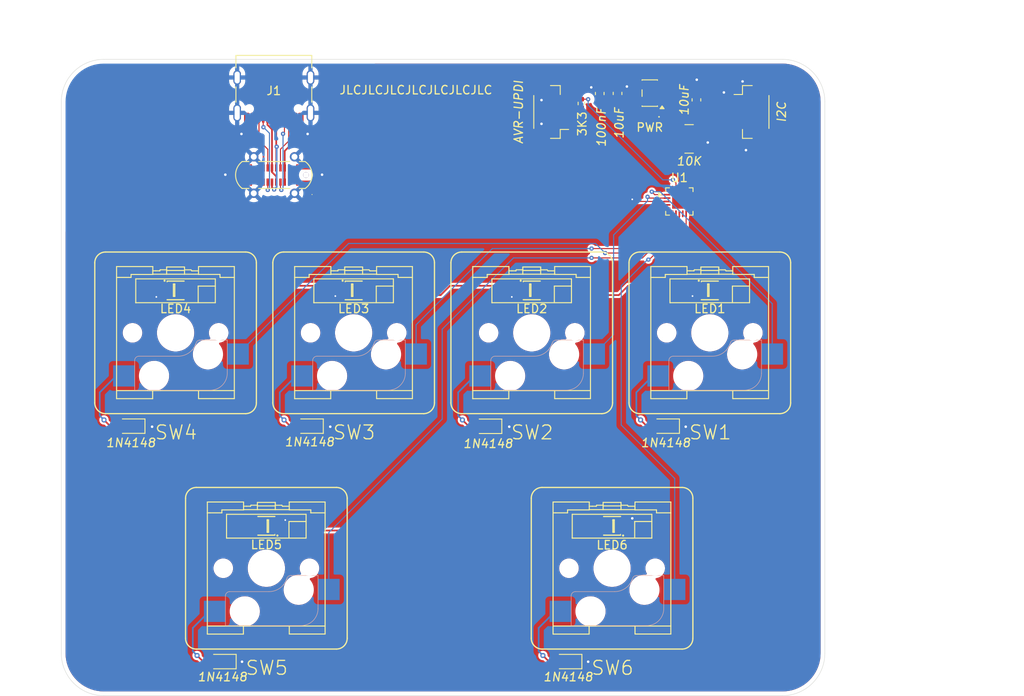
<source format=kicad_pcb>
(kicad_pcb (version 20241229) (generator "pcbnew") (generator_version "9.0")
  (layers (0 "F.Cu" signal) (2 "B.Cu" signal) (13 "F.Paste" user) (15 "B.Paste" user) (5 "F.SilkS" user "F.Silkscreen") (7 "B.SilkS" user "B.Silkscreen") (1 "F.Mask" user) (3 "B.Mask" user) (25 "Edge.Cuts" user))
  (net 0 "")
  (net 1 "Net-(D1-A)")
  (net 2 "GND")
  (net 3 "Net-(D2-A)")
  (net 4 "Net-(D3-A)")
  (net 5 "Net-(D4-A)")
  (net 6 "Net-(D5-A)")
  (net 7 "Net-(D6-A)")
  (net 8 "/LED")
  (net 9 "VCC")
  (net 14 "/SW1")
  (net 15 "/SCL")
  (net 16 "/UPDI")
  (net 20 "VIN")
  (net 21 "/SDA")
  (net 25 "Net-(LED1-DOUT)")
  (net 26 "Net-(LED2-DOUT)")
  (net 27 "Net-(LED3-DOUT)")
  (net 28 "Net-(LED4-DOUT)")
  (net 29 "Net-(LED5-DOUT)")
  (net 31 "Net-(J1-D--PadA7)")
  (net 32 "Net-(J1-SBU1)")
  (net 33 "Net-(J1-SBU2)")
  (net 34 "Net-(J1-D+-PadA6)")
  (net 35 "Net-(J1-CC2)")
  (net 36 "Net-(J1-CC1)")
  (net 37 "VBUS")
  (net 38 "Net-(D7-K)")
  (net 39 "/SW2")
  (net 40 "/SW3")
  (net 41 "/SW4")
  (net 42 "/SW5")
  (net 43 "/SW6")
  (net 44 "Net-(UPDI1-TX)")
  (footprint "camelpad:KAILH_SOCKET" (layer "F.Cu") (at 114.92 84.9825)
    (property "Reference" "SW6")
    (property "Value" "SWITCH_PUSHBUTTON_KAILH_SOCKET")
  )
  (footprint "camelpad:JST_SH_BM04B-SRSS-TB_1x04-1MP_P1.00mm_Vertical" (layer "F.Cu") (at 107.7 31.2 90)
    (property "Reference" "UPDI1" (hide yes))
    (property "Value" "AVR-UPDI")
  )
  (footprint "camelpad:LED-SMD_4P-L2.0-W2.0-TL_WS2812B-2020" (layer "F.Cu") (at 74.17 79.9825 180)
    (property "Reference" "LED5")
    (property "Value" "WS2812B-2020")
  )
  (footprint "camelpad:D_SOD-323" (layer "F.Cu") (at 109.75 95.9825 180)
    (property "Reference" "D6" (hide yes))
    (property "Value" "1N4148")
  )
  (footprint "camelpad:VQFN-20-1EP_3x3mm_P0.4mm_EP1.7x1.7mm" (layer "F.Cu") (at 122.85 41.75)
    (property "Reference" "U1")
    (property "Value" "ATtiny816-M")
  )
  (footprint "camelpad:USB-C-SMD_GT-USB-7055E" (layer "F.Cu") (at 75.08373 38.6325 180)
    (property "Reference" "J2" (hide yes))
    (property "Value" "USB_C_Receptacle_USB2.0_16P")
  )
  (footprint "camelpad:JST_SH_BM04B-SRSS-TB_1x04-1MP_P1.00mm_Vertical" (layer "F.Cu") (at 131.4 31.2 -90)
    (property "Reference" "I2C1" (hide yes))
    (property "Value" "I2C")
  )
  (footprint "camelpad:KAILH_SOCKET" (layer "F.Cu") (at 84.46 57.2325)
    (property "Reference" "SW3")
    (property "Value" "SWITCH_PUSHBUTTON_KAILH_SOCKET")
  )
  (footprint "camelpad:LED-SMD_4P-L2.0-W2.0-TL_WS2812B-2020" (layer "F.Cu") (at 63.47 52.2325)
    (property "Reference" "LED4")
    (property "Value" "WS2812B-2020")
  )
  (footprint "camelpad:LED-SMD_4P-L2.0-W2.0-TL_WS2812B-2020" (layer "F.Cu") (at 114.92 79.9825 180)
    (property "Reference" "LED6")
    (property "Value" "WS2812B-2020")
  )
  (footprint "camelpad:D_SOD-323" (layer "F.Cu") (at 100.31 68.25 180)
    (property "Reference" "D2" (hide yes))
    (property "Value" "1N4148")
  )
  (footprint "camelpad:USB_C_Receptacle_Palconn_UTC16-G" (layer "F.Cu") (at 75.05 29.375 180)
    (property "Reference" "J1")
    (property "Value" "USB_C_Receptacle_USB2.0_16P")
  )
  (footprint "Capacitor_SMD:C_0603_1608Metric" (layer "F.Cu") (at 124.8625 29.775 -90)
    (property "Reference" "C1" (hide yes))
    (property "Value" "10uF")
  )
  (footprint "camelpad:KAILH_SOCKET" (layer "F.Cu") (at 74.17 84.9825)
    (property "Reference" "SW5")
    (property "Value" "SWITCH_PUSHBUTTON_KAILH_SOCKET")
  )
  (footprint "camelpad:D_SOD-323" (layer "F.Cu") (at 69 95.9825 180)
    (property "Reference" "D5" (hide yes))
    (property "Value" "1N4148")
  )
  (footprint "camelpad:D_SOD-323" (layer "F.Cu") (at 79.27 68.2325 180)
    (property "Reference" "D3" (hide yes))
    (property "Value" "1N4148")
  )
  (footprint "camelpad:D_SOD-323" (layer "F.Cu") (at 58.25 68.2325 180)
    (property "Reference" "D4" (hide yes))
    (property "Value" "1N4148")
  )
  (footprint "camelpad:R_Array_Convex_4x0603" (layer "F.Cu") (at 124 34.375)
    (property "Reference" "RN1" (hide yes))
    (property "Value" "10K")
  )
  (footprint "camelpad:LED-SMD_4P-L2.0-W2.0-TL_WS2812B-2020" (layer "F.Cu") (at 84.46 52.2325)
    (property "Reference" "LED3")
    (property "Value" "WS2812B-2020")
  )
  (footprint "camelpad:LED-SMD_4P-L2.0-W2.0-TL_WS2812B-2020" (layer "F.Cu") (at 105.45 52.2325)
    (property "Reference" "LED2")
    (property "Value" "WS2812B-2020")
  )
  (footprint "camelpad:KAILH_SOCKET" (layer "F.Cu") (at 63.47 57.2325)
    (property "Reference" "SW4")
    (property "Value" "SWITCH_PUSHBUTTON_KAILH_SOCKET")
  )
  (footprint "Capacitor_SMD:C_0603_1608Metric" (layer "F.Cu") (at 113.465 29.025 90)
    (property "Reference" "C3" (hide yes))
    (property "Value" "100nF")
  )
  (footprint "camelpad:KAILH_SOCKET" (layer "F.Cu") (at 105.45 57.2325)
    (property "Reference" "SW2")
    (property "Value" "SWITCH_PUSHBUTTON_KAILH_SOCKET")
  )
  (footprint "camelpad:D_SOD-323" (layer "F.Cu") (at 121.25 68.2325 180)
    (property "Reference" "D1" (hide yes))
    (property "Value" "1N4148")
  )
  (footprint "camelpad:KAILH_SOCKET" (layer "F.Cu") (at 126.44 57.2325)
    (property "Reference" "SW1")
    (property "Value" "SWITCH_PUSHBUTTON_KAILH_SOCKET")
  )
  (footprint "Package_TO_SOT_SMD:SOT-23-5" (layer "F.Cu") (at 119.3625 28.975 180)
    (property "Reference" "U2" (hide yes))
    (property "Value" "AP2127K-3.3")
  )
  (footprint "LED_SMD:LED_0402_1005Metric" (layer "F.Cu") (at 119.3625 31.775 180)
    (property "Reference" "D7" (hide yes))
    (property "Value" "PWR")
  )
  (footprint "camelpad:LED-SMD_4P-L2.0-W2.0-TL_WS2812B-2020" (layer "F.Cu") (at 126.44 52.2325)
    (property "Reference" "LED1")
    (property "Value" "WS2812B-2020")
  )
  (footprint "Capacitor_SMD:C_0603_1608Metric" (layer "F.Cu") (at 115.565 29.015 90)
    (property "Reference" "C2" (hide yes))
    (property "Value" "10uF")
  )
  (footprint "camelpad:R_0402_1005Metric" (layer "F.Cu") (at 111.3 30.2 90)
    (property "Reference" "R1")
    (property "Value" "3K3")
  )
  (gr_arc (start 140 95) (mid 138.535534 98.535534) (end 135 100) (stroke (width 0.05)) (layer "Edge.Cuts"))
  (gr_line (start 135 100) (end 55 100) (stroke (width 0.05)) (layer "Edge.Cuts"))
  (gr_arc (start 135 25) (mid 138.535534 26.464466) (end 140 30) (stroke (width 0.05)) (layer "Edge.Cuts"))
  (gr_line (start 140 30) (end 140 95) (stroke (width 0.05)) (layer "Edge.Cuts"))
  (gr_line (start 55 25) (end 135 25) (stroke (width 0.05)) (layer "Edge.Cuts"))
  (gr_line (start 50 95) (end 50 30) (stroke (width 0.05)) (layer "Edge.Cuts"))
  (gr_arc (start 55 100) (mid 51.464466 98.535534) (end 50 95) (stroke (width 0.05)) (layer "Edge.Cuts"))
  (gr_arc (start 50 30) (mid 51.464466 26.464466) (end 55 25) (stroke (width 0.05)) (layer "Edge.Cuts"))
  (gr_text "JLCJLCJLCJLCJLCJLCJLC" (at 82.7 29.2 0) (layer "F.SilkS") (effects (font (size 1 1)) (justify left bottom)))
  (segment (start 119.0125 68.2325) (end 118.28 67.5) (width 0.2) (layer "F.Cu") (net 1))
  (segment (start 120.25 68.2325) (end 119.0125 68.2325) (width 0.2) (layer "F.Cu") (net 1))
  (via (at 118.28 67.5) (size 0.6) (drill 0.3) (layers "F.Cu" "B.Cu") (net 1))
  (segment (start 117.78 67) (end 117.78 64.25) (width 0.2) (layer "B.Cu") (net 1))
  (segment (start 117.78 64.25) (end 119.7175 62.3125) (width 0.2) (layer "B.Cu") (net 1))
  (segment (start 118.28 67.5) (end 117.78 67) (width 0.2) (layer "B.Cu") (net 1))
  (segment (start 119.7175 62.3125) (end 120.4 62.3125) (width 0.2) (layer "B.Cu") (net 1))
  (segment (start 132.9 28.475) (end 131.175 28.475) (width 0.5) (layer "F.Cu") (net 2))
  (segment (start 72.33373 39.4725) (end 70.21373 39.4725) (width 0.5) (layer "F.Cu") (net 2))
  (segment (start 77.89973 37.7265) (end 79.86773 37.7265) (width 0.5) (layer "F.Cu") (net 2))
  (segment (start 71.85 31.885) (end 71.85 33.17623) (width 0.5) (layer "F.Cu") (net 2))
  (segment (start 115.565 28.24) (end 116.625 28.24) (width 0.5) (layer "F.Cu") (net 2))
  (segment (start 127 29.775) (end 130.375 29.775) (width 0.5) (layer "F.Cu") (net 2))
  (segment (start 132.9 34.075) (end 132.325 34.075) (width 0.5) (layer "F.Cu") (net 2))
  (segment (start 128.975 29.775) (end 128.1 28.9) (width 0.5) (layer "F.Cu") (net 2))
  (segment (start 70.05 95.9825) (end 71.2825 95.9825) (width 0.5) (layer "F.Cu") (net 2))
  (segment (start 78.25 33.00877) (end 79.03373 33.7925) (width 0.5) (layer "F.Cu") (net 2))
  (segment (start 112.0825 95.9825) (end 112.1 96) (width 0.5) (layer "F.Cu") (net 2))
  (segment (start 83.54 52.7825) (end 82.4175 52.7825) (width 0.5) (layer "F.Cu") (net 2))
  (segment (start 116.625 28.24) (end 116.665 28.2) (width 0.5) (layer "F.Cu") (net 2))
  (segment (start 75.09 79.4325) (end 76.2675 79.4325) (width 0.5) (layer "F.Cu") (net 2))
  (segment (start 132.325 34.075) (end 130.7 35.7) (width 0.5) (layer "F.Cu") (net 2))
  (segment (start 81.6325 68.2325) (end 81.7 68.3) (width 0.5) (layer "F.Cu") (net 2))
  (segment (start 62.55 52.7825) (end 61.4175 52.7825) (width 0.5) (layer "F.Cu") (net 2))
  (segment (start 125.52 52.7825) (end 124.5175 52.7825) (width 0.5) (layer "F.Cu") (net 2))
  (segment (start 77.83373 39.4725) (end 77.89973 39.5385) (width 0.5) (layer "F.Cu") (net 2))
  (segment (start 102.75 68.25) (end 102.8 68.3) (width 0.5) (layer "F.Cu") (net 2))
  (segment (start 71.2825 95.9825) (end 71.3 96) (width 0.5) (layer "F.Cu") (net 2))
  (segment (start 110.8 95.9825) (end 112.0825 95.9825) (width 0.5) (layer "F.Cu") (net 2))
  (segment (start 117.1325 79.4325) (end 115.84 79.4325) (width 0.5) (layer "F.Cu") (net 2))
  (segment (start 107.9 32.7) (end 106.6 34) (width 0.5) (layer "F.Cu") (net 2))
  (segment (start 70.13373 37.7925) (end 69.33373 38.5925) (width 0.5) (layer "F.Cu") (net 2))
  (segment (start 117.3 79.1) (end 117.3 79.265) (width 0.5) (layer "F.Cu") (net 2))
  (segment (start 76.2675 79.4325) (end 76.4 79.3) (width 0.5) (layer "F.Cu") (net 2))
  (segment (start 109.125 32.7) (end 107.9 32.7) (width 0.5) (layer "F.Cu") (net 2))
  (segment (start 72.33373 37.7925) (end 70.13373 37.7925) (width 0.5) (layer "F.Cu") (net 2))
  (segment (start 78.25 31.885) (end 78.25 33.00877) (width 0.5) (layer "F.Cu") (net 2))
  (segment (start 79.86773 37.7265) (end 80.73373 38.5925) (width 0.5) (layer "F.Cu") (net 2))
  (segment (start 59.3 68.2325) (end 60.6325 68.2325) (width 0.5) (layer "F.Cu") (net 2))
  (segment (start 71.85 33.17623) (end 71.23373 33.7925) (width 0.5) (layer "F.Cu") (net 2))
  (segment (start 131.175 28.475) (end 130.3 27.6) (width 0.5) (layer "F.Cu") (net 2))
  (segment (start 60.6325 68.2325) (end 60.7 68.3) (width 0.5) (layer "F.Cu") (net 2))
  (segment (start 77.89973 39.5385) (end 79.78773 39.5385) (width 0.5) (layer "F.Cu") (net 2))
  (segment (start 113.415 28.3) (end 113.465 28.25) (width 0.5) (layer "F.Cu") (net 2))
  (segment (start 70.21373 39.4725) (end 69.33373 38.5925) (width 0.5) (layer "F.Cu") (net 2))
  (segment (start 130.375 29.775) (end 128.975 29.775) (width 0.5) (layer "F.Cu") (net 2))
  (segment (start 112.465 28.3) (end 113.415 28.3) (width 0.5) (layer "F.Cu") (net 2))
  (segment (start 77.83373 37.7925) (end 77.89973 37.7265) (width 0.5) (layer "F.Cu") (net 2))
  (segment (start 106.6 34) (end 106.6 32.6) (width 0.5) (layer "F.Cu") (net 2))
  (segment (start 124.8625 27.4375) (end 124.9 27.4) (width 0.5) (layer "F.Cu") (net 2))
  (segment (start 103.3175 52.7825) (end 103.1 53) (width 0.5) (layer "F.Cu") (net 2))
  (segment (start 117.3 79.265) (end 117.1325 79.4325) (width 0.5) (layer "F.Cu") (net 2))
  (segment (start 123.5325 68.2325) (end 123.6 68.3) (width 0.5) (layer "F.Cu") (net 2))
  (segment (start 124.9 34.775) (end 126.175 34.775) (width 0.5) (layer "F.Cu") (net 2))
  (segment (start 82.4175 52.7825) (end 82.3 52.9) (width 0.5) (layer "F.Cu") (net 2))
  (segment (start 106.6 28.4) (end 106.6 29.8) (width 0.5) (layer "F.Cu") (net 2))
  (segment (start 61.4175 52.7825) (end 61.2 53) (width 0.5) (layer "F.Cu") (net 2))
  (segment (start 126.2 28.975) (end 127 29.775) (width 0.5) (layer "F.Cu") (net 2))
  (segment (start 126.175 34.775) (end 126.2 34.8) (width 0.5) (layer "F.Cu") (net 2))
  (segment (start 122.3 68.2325) (end 123.5325 68.2325) (width 0.5) (layer "F.Cu") (net 2))
  (segment (start 104.53 52.7825) (end 103.3175 52.7825) (width 0.5) (layer "F.Cu") (net 2))
  (segment (start 120.5 28.975) (end 126.2 28.975) (width 0.5) (layer "F.Cu") (net 2))
  (segment (start 101.36 68.25) (end 102.75 68.25) (width 0.5) (layer "F.Cu") (net 2))
  (segment (start 124.8625 29) (end 124.8625 27.4375) (width 0.5) (layer "F.Cu") (net 2))
  (segment (start 124.5175 52.7825) (end 124.4 52.9) (width 0.5) (layer "F.Cu") (net 2))
  (segment (start 79.78773 39.5385) (end 80.73373 38.5925) (width 0.5) (layer "F.Cu") (net 2))
  (segment (start 117.3 41.5) (end 117.55 41.75) (width 0.127) (layer "F.Cu") (net 2))
  (segment (start 80.32 68.2325) (end 81.6325 68.2325) (width 0.5) (layer "F.Cu") (net 2))
  (segment (start 117.55 41.75) (end 121.4 41.75) (width 0.127) (layer "F.Cu") (net 2))
  (via (at 126.2 34.8) (size 0.8) (drill 0.3) (layers "F.Cu" "B.Cu") (net 2))
  (via (at 69.33373 38.5925) (size 0.8) (drill 0.3) (layers "F.Cu" "B.Cu") (net 2))
  (via (at 124.9 27.4) (size 0.8) (drill 0.3) (layers "F.Cu" "B.Cu") (net 2))
  (via (at 79.03373 33.7925) (size 0.8) (drill 0.3) (layers "F.Cu" "B.Cu") (net 2))
  (via (at 103.1 53) (size 0.5) (drill 0.2) (layers "F.Cu" "B.Cu") (net 2))
  (via (at 117.3 79.1) (size 0.8) (drill 0.3) (layers "F.Cu" "B.Cu") (net 2))
  (via (at 60.7 68.3) (size 0.8) (drill 0.3) (layers "F.Cu" "B.Cu") (net 2))
  (via (at 76.4 79.3) (size 0.5) (drill 0.2) (layers "F.Cu" "B.Cu") (net 2))
  (via (at 123.6 68.3) (size 0.8) (drill 0.3) (layers "F.Cu" "B.Cu") (net 2))
  (via (at 128.1 28.9) (size 0.8) (drill 0.3) (layers "F.Cu" "B.Cu") (net 2))
  (via (at 130.7 35.7) (size 0.8) (drill 0.3) (layers "F.Cu" "B.Cu") (net 2))
  (via (at 130.3 27.6) (size 0.8) (drill 0.3) (layers "F.Cu" "B.Cu") (net 2))
  (via (at 112.1 96) (size 0.8) (drill 0.3) (layers "F.Cu" "B.Cu") (net 2))
  (via (at 82.3 52.9) (size 0.5) (drill 0.2) (layers "F.Cu" "B.Cu") (net 2))
  (via (at 112.465 28.3) (size 0.8) (drill 0.3) (layers "F.Cu" "B.Cu") (net 2))
  (via (at 117.3 41.5) (size 0.5) (drill 0.2) (layers "F.Cu" "B.Cu") (net 2))
  (via (at 116.665 28.2) (size 0.8) (drill 0.3) (layers "F.Cu" "B.Cu") (net 2))
  (via (at 81.7 68.3) (size 0.8) (drill 0.3) (layers "F.Cu" "B.Cu") (net 2))
  (via (at 106.6 32.6) (size 0.8) (drill 0.3) (layers "F.Cu" "B.Cu") (net 2))
  (via (at 124.4 52.9) (size 0.5) (drill 0.2) (layers "F.Cu" "B.Cu") (net 2))
  (via (at 106.6 29.8) (size 0.8) (drill 0.3) (layers "F.Cu" "B.Cu") (net 2))
  (via (at 102.8 68.3) (size 0.8) (drill 0.3) (layers "F.Cu" "B.Cu") (net 2))
  (via (at 61.2 53) (size 0.5) (drill 0.2) (layers "F.Cu" "B.Cu") (net 2))
  (via (at 71.23373 33.7925) (size 0.8) (drill 0.3) (layers "F.Cu" "B.Cu") (net 2))
  (via (at 71.3 96) (size 0.8) (drill 0.3) (layers "F.Cu" "B.Cu") (net 2))
  (via (at 80.73373 38.5925) (size 0.8) (drill 0.3) (layers "F.Cu" "B.Cu") (net 2))
  (segment (start 98.0125 68.2325) (end 97.28 67.5) (width 0.2) (layer "F.Cu") (net 3))
  (segment (start 99.25 68.2325) (end 98.0125 68.2325) (width 0.2) (layer "F.Cu") (net 3))
  (via (at 97.28 67.5) (size 0.6) (drill 0.3) (layers "F.Cu" "B.Cu") (net 3))
  (segment (start 96.78 67) (end 96.78 64.25) (width 0.2) (layer "B.Cu") (net 3))
  (segment (start 97.28 67.5) (end 96.78 67) (width 0.2) (layer "B.Cu") (net 3))
  (segment (start 96.78 64.25) (end 98.7175 62.3125) (width 0.2) (layer "B.Cu") (net 3))
  (segment (start 98.7175 62.3125) (end 99.4 62.3125) (width 0.2) (layer "B.Cu") (net 3))
  (segment (start 78.22 68.2325) (end 76.9825 68.2325) (width 0.2) (layer "F.Cu") (net 4))
  (segment (start 76.9825 68.2325) (end 76.25 67.5) (width 0.2) (layer "F.Cu") (net 4))
  (via (at 76.25 67.5) (size 0.6) (drill 0.3) (layers "F.Cu" "B.Cu") (net 4))
  (segment (start 75.75 64.25) (end 77.6875 62.3125) (width 0.2) (layer "B.Cu") (net 4))
  (segment (start 77.6875 62.3125) (end 78.37 62.3125) (width 0.2) (layer "B.Cu") (net 4))
  (segment (start 75.75 67) (end 75.75 64.25) (width 0.2) (layer "B.Cu") (net 4))
  (segment (start 76.25 67.5) (end 75.75 67) (width 0.2) (layer "B.Cu") (net 4))
  (segment (start 55.7625 68.2325) (end 55.03 67.5) (width 0.2) (layer "F.Cu") (net 5))
  (segment (start 57 68.2325) (end 55.7625 68.2325) (width 0.2) (layer "F.Cu") (net 5))
  (via (at 55.03 67.5) (size 0.6) (drill 0.3) (layers "F.Cu" "B.Cu") (net 5))
  (segment (start 56.4675 62.3125) (end 57.15 62.3125) (width 0.2) (layer "B.Cu") (net 5))
  (segment (start 55.03 67.5) (end 54.53 67) (width 0.2) (layer "B.Cu") (net 5))
  (segment (start 54.53 64.25) (end 56.4675 62.3125) (width 0.2) (layer "B.Cu") (net 5))
  (segment (start 54.53 67) (end 54.53 64.25) (width 0.2) (layer "B.Cu") (net 5))
  (segment (start 66.7325 96) (end 66 95.2675) (width 0.2) (layer "F.Cu") (net 6))
  (segment (start 67.97 96) (end 66.7325 96) (width 0.2) (layer "F.Cu") (net 6))
  (via (at 66 95.2675) (size 0.6) (drill 0.3) (layers "F.Cu" "B.Cu") (net 6))
  (segment (start 66 95.2675) (end 65.5 94.7675) (width 0.2) (layer "B.Cu") (net 6))
  (segment (start 67.4375 90.08) (end 68.12 90.08) (width 0.2) (layer "B.Cu") (net 6))
  (segment (start 65.5 94.7675) (end 65.5 92.0175) (width 0.2) (layer "B.Cu") (net 6))
  (segment (start 65.5 92.0175) (end 67.4375 90.08) (width 0.2) (layer "B.Cu") (net 6))
  (segment (start 107.5 96) (end 106.7675 95.2675) (width 0.2) (layer "F.Cu") (net 7))
  (segment (start 108.7375 96) (end 107.5 96) (width 0.2) (layer "F.Cu") (net 7))
  (via (at 106.7675 95.2675) (size 0.6) (drill 0.3) (layers "F.Cu" "B.Cu") (net 7))
  (segment (start 106.7675 95.2675) (end 106.2675 94.7675) (width 0.2) (layer "B.Cu") (net 7))
  (segment (start 108.205 90.08) (end 108.8875 90.08) (width 0.2) (layer "B.Cu") (net 7))
  (segment (start 106.2675 94.7675) (end 106.2675 92.0175) (width 0.2) (layer "B.Cu") (net 7))
  (segment (start 106.2675 92.0175) (end 108.205 90.08) (width 0.2) (layer "B.Cu") (net 7))
  (segment (start 126.4 52.0245) (end 127.158 52.7825) (width 0.127) (layer "F.Cu") (net 8))
  (segment (start 127.158 52.7825) (end 127.36 52.7825) (width 0.127) (layer "F.Cu") (net 8))
  (segment (start 123.65 43.2) (end 123.65 46.85) (width 0.127) (layer "F.Cu") (net 8))
  (segment (start 123.65 46.85) (end 126.4 49.6) (width 0.127) (layer "F.Cu") (net 8))
  (segment (start 126.4 49.6) (end 126.4 52.0245) (width 0.127) (layer "F.Cu") (net 8))
  (segment (start 115.7 29.925) (end 115.565 29.79) (width 0.5) (layer "F.Cu") (net 9))
  (segment (start 118.225 31.1225) (end 118.8775 31.775) (width 0.5) (layer "F.Cu") (net 9))
  (segment (start 118.225 29.925) (end 118.225 31.1225) (width 0.5) (layer "F.Cu") (net 9))
  (segment (start 113.475 29.79) (end 113.465 29.8) (width 0.5) (layer "F.Cu") (net 9))
  (segment (start 113.78 29.775) (end 113.765 29.79) (width 0.5) (layer "F.Cu") (net 9))
  (segment (start 121.4 42.15) (end 120.75 42.15) (width 0.127) (layer "F.Cu") (net 9))
  (segment (start 118.225 29.925) (end 115.935 29.925) (width 0.5) (layer "F.Cu") (net 9))
  (segment (start 120.75 42.15) (end 120 42.9) (width 0.127) (layer "F.Cu") (net 9))
  (segment (start 115.565 29.79) (end 113.475 29.79) (width 0.5) (layer "F.Cu") (net 9))
  (segment (start 119.6 40.6) (end 119.95 40.95) (width 0.127) (layer "F.Cu") (net 14))
  (segment (start 119.95 40.95) (end 121.4 40.95) (width 0.127) (layer "F.Cu") (net 14))
  (via (at 119.6 40.6) (size 0.5) (drill 0.2) (layers "F.Cu" "B.Cu") (net 14))
  (segment (start 120.6 40.6) (end 133.8 53.8) (width 0.127) (layer "B.Cu") (net 14))
  (segment (start 119.6 40.6) (end 120.6 40.6) (width 0.127) (layer "B.Cu") (net 14))
  (segment (start 133.8 53.8) (end 133.8 59.7325) (width 0.127) (layer "B.Cu") (net 14))
  (segment (start 134.8 36) (end 134.8 33.8) (width 0.127) (layer "F.Cu") (net 15))
  (segment (start 129 32.775) (end 127.8 33.975) (width 0.2) (layer "F.Cu") (net 15))
  (segment (start 124.895 41.495) (end 129.305 41.495) (width 0.127) (layer "F.Cu") (net 15))
  (segment (start 124.3 41.35) (end 124.3 41.311) (width 0.127) (layer "F.Cu") (net 15))
  (segment (start 124.3 41.35) (end 124.75 41.35) (width 0.127) (layer "F.Cu") (net 15))
  (segment (start 124.75 41.35) (end 124.895 41.495) (width 0.127) (layer "F.Cu") (net 15))
  (segment (start 134.8 33.8) (end 133.775 32.775) (width 0.127) (layer "F.Cu") (net 15))
  (segment (start 127.8 33.975) (end 124.9 33.975) (width 0.2) (layer "F.Cu") (net 15))
  (segment (start 129.305 41.495) (end 134.8 36) (width 0.127) (layer "F.Cu") (net 15))
  (segment (start 133.775 32.775) (end 130.375 32.775) (width 0.127) (layer "F.Cu") (net 15))
  (segment (start 130.375 32.775) (end 129 32.775) (width 0.2) (layer "F.Cu") (net 15))
  (segment (start 111.3 29.69) (end 109.035 29.69) (width 0.127) (layer "F.Cu") (net 16))
  (segment (start 122.45 39.55) (end 122.1 39.2) (width 0.127) (layer "F.Cu") (net 16))
  (segment (start 122.45 40.3) (end 122.45 39.55) (width 0.127) (layer "F.Cu") (net 16))
  (segment (start 111.49 29.7) (end 111.5 29.69) (width 0.2) (layer "F.Cu") (net 16))
  (segment (start 109.035 29.69) (end 109.025 29.7) (width 0.127) (layer "F.Cu") (net 16))
  (segment (start 111.51 29.7) (end 111.5 29.69) (width 0.127) (layer "F.Cu") (net 16))
  (segment (start 111.31 29.7) (end 111.3 29.69) (width 0.127) (layer "F.Cu") (net 16))
  (segment (start 112.1 29.7) (end 111.31 29.7) (width 0.127) (layer "F.Cu") (net 16))
  (via (at 122.1 39.2) (size 0.5) (drill 0.2) (layers "F.Cu" "B.Cu") (net 16))
  (via (at 112.1 29.7) (size 0.5) (drill 0.2) (layers "F.Cu" "B.Cu") (net 16))
  (segment (start 112.1 30.4) (end 120.9 39.2) (width 0.127) (layer "B.Cu") (net 16))
  (segment (start 112.1 29.7) (end 112.1 30.4) (width 0.127) (layer "B.Cu") (net 16))
  (segment (start 120.9 39.2) (end 122.1 39.2) (width 0.127) (layer "B.Cu") (net 16))
  (segment (start 120.5 29.925) (end 121.5 29.925) (width 0.5) (layer "F.Cu") (net 20))
  (segment (start 106.2 31.7) (end 104.7 30.2) (width 0.5) (layer "F.Cu") (net 20))
  (segment (start 123.1 30.425) (end 122.975 30.3) (width 0.5) (layer "F.Cu") (net 20))
  (segment (start 125.5 30.775) (end 130.375 30.775) (width 0.5) (layer "F.Cu") (net 20))
  (segment (start 125.275 30.55) (end 125.5 30.775) (width 0.5) (layer "F.Cu") (net 20))
  (segment (start 123.1 33.175) (end 123.1 30.425) (width 0.5) (layer "F.Cu") (net 20))
  (segment (start 119.3865 28.5719) (end 119.3865 29.473999) (width 0.5) (layer "F.Cu") (net 20))
  (segment (start 119.9334 28.025) (end 119.3865 28.5719) (width 0.5) (layer "F.Cu") (net 20))
  (segment (start 120.5 29.925) (end 124.2375 29.925) (width 0.5) (layer "F.Cu") (net 20))
  (segment (start 121.5 29.925) (end 122.6 29.925) (width 0.5) (layer "F.Cu") (net 20))
  (segment (start 122.975 30.3) (end 122.6 29.925) (width 0.5) (layer "F.Cu") (net 20))
  (segment (start 109.025 31.7) (end 106.2 31.7) (width 0.5) (layer "F.Cu") (net 20))
  (segment (start 104.7 30.2) (end 104.7 27.5) (width 0.5) (layer "F.Cu") (net 20))
  (segment (start 105.4 26.8) (end 118.5166 26.8) (width 0.5) (layer "F.Cu") (net 20))
  (segment (start 120.5 28.025) (end 119.9334 28.025) (width 0.5) (layer "F.Cu") (net 20))
  (segment (start 124.8625 30.55) (end 124.8375 30.575) (width 0.5) (layer "F.Cu") (net 20))
  (segment (start 124.8625 30.55) (end 125.275 30.55) (width 0.5) (layer "F.Cu") (net 20))
  (segment (start 124.8375 30.575) (end 124.8375 30.6125) (width 0.5) (layer "F.Cu") (net 20))
  (segment (start 119.3865 27.6699) (end 119.3865 28.5719) (width 0.5) (layer "F.Cu") (net 20))
  (segment (start 118.5166 26.8) (end 119.3865 27.6699) (width 0.5) (layer "F.Cu") (net 20))
  (segment (start 119.3865 29.473999) (end 119.837501 29.925) (width 0.5) (layer "F.Cu") (net 20))
  (segment (start 124.2375 29.925) (end 124.8625 30.55) (width 0.5) (layer "F.Cu") (net 20))
  (segment (start 123.1 33.175) (end 123.1 33.975) (width 0.5) (layer "F.Cu") (net 20))
  (segment (start 119.837501 29.925) (end 120.5 29.925) (width 0.5) (layer "F.Cu") (net 20))
  (segment (start 104.7 27.5) (end 105.4 26.8) (width 0.5) (layer "F.Cu") (net 20))
  (segment (start 128.85 31.775) (end 127.45 33.175) (width 0.2) (layer "F.Cu") (net 21))
  (segment (start 135.1 36.1) (end 135.1 33.7) (width 0.127) (layer "F.Cu") (net 21))
  (segment (start 133.175 31.775) (end 130.375 31.775) (width 0.127) (layer "F.Cu") (net 21))
  (segment (start 129.45 41.75) (end 135.1 36.1) (width 0.127) (layer "F.Cu") (net 21))
  (segment (start 124.3 41.75) (end 129.45 41.75) (width 0.127) (layer "F.Cu") (net 21))
  (segment (start 127.45 33.175) (end 124.9 33.175) (width 0.2) (layer "F.Cu") (net 21))
  (segment (start 135.1 33.7) (end 133.175 31.775) (width 0.127) (layer "F.Cu") (net 21))
  (segment (start 130.375 31.775) (end 128.85 31.775) (width 0.2) (layer "F.Cu") (net 21))
  (segment (start 106.37 52.7825) (end 115.7175 52.7825) (width 0.2) (layer "F.Cu") (net 25))
  (segment (start 125.7 51.46935) (end 125.716575 51.485925) (width 0.127) (layer "F.Cu") (net 25))
  (segment (start 116.8175 51.6825) (end 125.52 51.6825) (width 0.2) (layer "F.Cu") (net 25))
  (segment (start 115.7175 52.7825) (end 116.8175 51.6825) (width 0.2) (layer "F.Cu") (net 25))
  (segment (start 85.38 52.7825) (end 94.7175 52.7825) (width 0.2) (layer "F.Cu") (net 26))
  (segment (start 95.8175 51.6825) (end 104.53 51.6825) (width 0.2) (layer "F.Cu") (net 26))
  (segment (start 94.7175 52.7825) (end 95.8175 51.6825) (width 0.2) (layer "F.Cu") (net 26))
  (segment (start 73.7175 52.7825) (end 74.8175 51.6825) (width 0.2) (layer "F.Cu") (net 27))
  (segment (start 64.39 52.7825) (end 73.7175 52.7825) (width 0.2) (layer "F.Cu") (net 27))
  (segment (start 74.8175 51.6825) (end 83.54 51.6825) (width 0.2) (layer "F.Cu") (net 27))
  (segment (start 60.148483 58.862716) (end 73.25 71.964233) (width 0.2) (layer "F.Cu") (net 28))
  (segment (start 62.55 51.6825) (end 61.738268 51.6825) (width 0.2) (layer "F.Cu") (net 28))
  (segment (start 60.148483 53.272285) (end 60.148483 58.862716) (width 0.2) (layer "F.Cu") (net 28))
  (segment (start 61.738268 51.6825) (end 60.148483 53.272285) (width 0.2) (layer "F.Cu") (net 28))
  (segment (start 73.25 71.964233) (end 73.25 79.4325) (width 0.2) (layer "F.Cu") (net 28))
  (segment (start 111.0675 80.5325) (end 112.1675 79.4325) (width 0.2) (layer "F.Cu") (net 29))
  (segment (start 75.09 80.5325) (end 111.0675 80.5325) (width 0.2) (layer "F.Cu") (net 29))
  (segment (start 112.1675 79.4325) (end 114 79.4325) (width 0.2) (layer "F.Cu") (net 29))
  (segment (start 74.83373 40.0925) (end 74.83373 39.4725) (width 0.2) (layer "F.Cu") (net 31))
  (segment (start 75.8 31.885) (end 75.751 31.885) (width 0.2) (layer "F.Cu") (net 31))
  (segment (start 75.8 32.78446) (end 75.8 31.885) (width 0.2) (layer "F.Cu") (net 31))
  (segment (start 75.08373 40.3425) (end 74.83373 40.0925) (width 0.2) (layer "F.Cu") (net 31))
  (segment (start 75.751 32.766) (end 74.849 32.766) (width 0.2) (layer "F.Cu") (net 31))
  (segment (start 75.33373 33.25073) (end 75.8 32.78446) (width 0.2) (layer "F.Cu") (net 31))
  (segment (start 74.849 31.885) (end 74.8 31.885) (width 0.2) (layer "F.Cu") (net 31))
  (segment (start 74.849 32.766) (end 74.849 31.885) (width 0.2) (layer "F.Cu") (net 31))
  (segment (start 75.33373 37.7925) (end 75.33373 33.25073) (width 0.2) (layer "F.Cu") (net 31))
  (segment (start 75.751 31.885) (end 75.751 32.766) (width 0.2) (layer "F.Cu") (net 31))
  (via (at 75.08373 40.3425) (size 0.5) (drill 0.2) (layers "F.Cu" "B.Cu") (net 31))
  (via (at 75.38373 35.2925) (size 0.5) (drill 0.2) (layers "F.Cu" "B.Cu") (net 31))
  (segment (start 75.38373 40.0425) (end 75.38373 35.2925) (width 0.2) (layer "B.Cu") (net 31))
  (segment (start 75.08373 40.3425) (end 75.38373 40.0425) (width 0.2) (layer "B.Cu") (net 31))
  (segment (start 73.82648 32.996784) (end 73.8 32.970304) (width 0.127) (layer "F.Cu") (net 32))
  (segment (start 73.8 32.970304) (end 73.8 31.885) (width 0.127) (layer "F.Cu") (net 32))
  (segment (start 74.33373 40.3925) (end 74.33373 39.4725) (width 0.127) (layer "F.Cu") (net 32))
  (via (at 73.82648 32.996784) (size 0.5) (drill 0.2) (layers "F.Cu" "B.Cu") (net 32))
  (via (at 74.33373 40.3925) (size 0.5) (drill 0.2) (layers "F.Cu" "B.Cu") (net 32))
  (segment (start 74.33373 40.3925) (end 74.53373 40.1925) (width 0.127) (layer "B.Cu") (net 32))
  (segment (start 74.53373 40.1925) (end 74.53373 33.704034) (width 0.127) (layer "B.Cu") (net 32))
  (segment (start 74.53373 33.704034) (end 73.82648 32.996784) (width 0.127) (layer "B.Cu") (net 32))
  (segment (start 75.83373 35.5925) (end 76.8 34.62623) (width 0.127) (layer "F.Cu") (net 33))
  (segment (start 76.8 34.62623) (end 76.8 31.885) (width 0.127) (layer "F.Cu") (net 33))
  (segment (start 75.83373 37.7925) (end 75.83373 35.5925) (width 0.127) (layer "F.Cu") (net 33))
  (segment (start 74.28373 31.053) (end 74.33273 31.004) (width 0.2) (layer "F.Cu") (net 34))
  (segment (start 74.83373 37.7925) (end 74.83373 33.25073) (width 0.2) (layer "F.Cu") (net 34))
  (segment (start 74.83373 33.25073) (end 74.3 32.717) (width 0.2) (layer "F.Cu") (net 34))
  (segment (start 74.28373 31.885) (end 74.28373 31.053) (width 0.2) (layer "F.Cu") (net 34))
  (segment (start 74.83373 38.2925) (end 74.83373 37.7925) (width 0.2) (layer "F.Cu") (net 34))
  (segment (start 75.33373 39.4725) (end 75.33373 38.7925) (width 0.2) (layer "F.Cu") (net 34))
  (segment (start 75.23473 31.004) (end 75.28373 31.053) (width 0.2) (layer "F.Cu") (net 34))
  (segment (start 74.33273 31.004) (end 75.23473 31.004) (width 0.2) (layer "F.Cu") (net 34))
  (segment (start 74.3 32.717) (end 74.3 31.885) (width 0.2) (layer "F.Cu") (net 34))
  (segment (start 75.28373 31.053) (end 75.28373 31.885) (width 0.2) (layer "F.Cu") (net 34))
  (segment (start 75.33373 38.7925) (end 74.83373 38.2925) (width 0.2) (layer "F.Cu") (net 34))
  (segment (start 74.33373 37.7925) (end 74.33373 35.5925) (width 0.127) (layer "F.Cu") (net 35))
  (segment (start 73.3 34.55877) (end 73.3 31.885) (width 0.127) (layer "F.Cu") (net 35))
  (segment (start 74.33373 35.5925) (end 73.3 34.55877) (width 0.127) (layer "F.Cu") (net 35))
  (segment (start 75.93373 40.3925) (end 75.93373 40.281265) (width 0.127) (layer "F.Cu") (net 36))
  (segment (start 76.13373 33.775) (end 76.3 33.60873) (width 0.127) (layer "F.Cu") (net 36))
  (segment (start 75.83373 40.181265) (end 75.83373 39.4725) (width 0.127) (layer "F.Cu") (net 36))
  (segment (start 75.93373 40.281265) (end 75.83373 40.181265) (width 0.127) (layer "F.Cu") (net 36))
  (segment (start 76.3 33.60873) (end 76.3 31.885) (width 0.127) (layer "F.Cu") (net 36))
  (via (at 76.13373 33.775) (size 0.5) (drill 0.2) (layers "F.Cu" "B.Cu") (net 36))
  (via (at 75.93373 40.3925) (size 0.5) (drill 0.2) (layers "F.Cu" "B.Cu") (net 36))
  (segment (start 76.13373 33.775) (end 76.13373 40.1925) (width 0.127) (layer "B.Cu") (net 36))
  (segment (start 76.13373 40.1925) (end 75.93373 40.3925) (width 0.127) (layer "B.Cu") (net 36))
  (segment (start 72.65 31.885) (end 72.65 34.60877) (width 0.2) (layer "F.Cu") (net 37))
  (segment (start 76.33373 37.7925) (end 76.33373 39.4725) (width 0.2) (layer "F.Cu") (net 37))
  (segment (start 72.849 31.004) (end 73.177 30.676) (width 0.2) (layer "F.Cu") (net 37))
  (segment (start 77.251 31.004) (end 77.251 31.686) (width 0.2) (layer "F.Cu") (net 37))
  (segment (start 76.923 30.676) (end 77.251 31.004) (width 0.2) (layer "F.Cu") (net 37))
  (segment (start 76.33373 37.7925) (end 76.33373 35.7925) (width 0.2) (layer "F.Cu") (net 37))
  (segment (start 76.33373 35.7925) (end 77.45 34.67623) (width 0.2) (layer "F.Cu") (net 37))
  (segment (start 77.45 34.67623) (end 77.45 31.885) (width 0.2) (layer "F.Cu") (net 37))
  (segment (start 73.177 30.676) (end 76.923 30.676) (width 0.2) (layer "F.Cu") (net 37))
  (segment (start 72.65 31.885) (end 72.849 31.686) (width 0.2) (layer "F.Cu") (net 37))
  (segment (start 77.251 31.686) (end 77.45 31.885) (width 0.2) (layer "F.Cu") (net 37))
  (segment (start 73.83373 37.7925) (end 73.83373 39.4725) (width 0.2) (layer "F.Cu") (net 37))
  (segment (start 72.65 34.60877) (end 73.83373 35.7925) (width 0.2) (layer "F.Cu") (net 37))
  (segment (start 73.83373 35.7925) (end 73.83373 37.7925) (width 0.2) (layer "F.Cu") (net 37))
  (segment (start 72.849 31.686) (end 72.849 31.004) (width 0.2) (layer "F.Cu") (net 37))
  (segment (start 119.8475 32.8725) (end 121.75 34.775) (width 0.2) (layer "F.Cu") (net 38))
  (segment (start 119.8475 31.775) (end 119.8475 32.8725) (width 0.2) (layer "F.Cu") (net 38))
  (segment (start 121.75 34.775) (end 123.1 34.775) (width 0.2) (layer "F.Cu") (net 38))
  (segment (start 119.1 41.2) (end 119.25 41.35) (width 0.127) (layer "F.Cu") (net 39))
  (segment (start 119.25 41.35) (end 121.4 41.35) (width 0.127) (layer "F.Cu") (net 39))
  (via (at 119.1 41.2) (size 0.5) (drill 0.2) (layers "F.Cu" "B.Cu") (net 39))
  (segment (start 115.1 57.4425) (end 112.81 59.7325) (width 0.127) (layer "B.Cu") (net 39))
  (segment (start 119.1 41.7) (end 115.1 45.7) (width 0.127) (layer "B.Cu") (net 39))
  (segment (start 119.1 41.2) (end 119.1 41.7) (width 0.127) (layer "B.Cu") (net 39))
  (segment (start 115.1 45.7) (end 115.1 57.4425) (width 0.127) (layer "B.Cu") (net 39))
  (segment (start 112.5 47.3) (end 117.7 47.3) (width 0.127) (layer "F.Cu") (net 40))
  (segment (start 117.7 47.3) (end 121.4 43.6) (width 0.127) (layer "F.Cu") (net 40))
  (segment (start 121.4 43.6) (end 121.4 42.55) (width 0.127) (layer "F.Cu") (net 40))
  (via (at 112.5 47.3) (size 0.5) (drill 0.2) (layers "F.Cu" "B.Cu") (net 40))
  (segment (start 91.82 56.28) (end 91.82 59.7325) (width 0.127) (layer "B.Cu") (net 40))
  (segment (start 100.8 47.3) (end 91.82 56.28) (width 0.127) (layer "B.Cu") (net 40))
  (segment (start 112.5 47.3) (end 100.8 47.3) (width 0.127) (layer "B.Cu") (net 40))
  (segment (start 118.072997 47.827003) (end 122.05 43.85) (width 0.127) (layer "F.Cu") (net 41))
  (segment (start 114.1 47.827003) (end 118.072997 47.827003) (width 0.127) (layer "F.Cu") (net 41))
  (segment (start 122.05 43.85) (end 122.05 43.2) (width 0.127) (layer "F.Cu") (net 41))
  (via (at 114.1 47.827003) (size 0.5) (drill 0.2) (layers "F.Cu" "B.Cu") (net 41))
  (segment (start 83.8635 46.699) (end 70.83 59.7325) (width 0.127) (layer "B.Cu") (net 41))
  (segment (start 114.1 47.827003) (end 112.971997 46.699) (width 0.127) (layer "B.Cu") (net 41))
  (segment (start 112.971997 46.699) (end 83.8635 46.699) (width 0.127) (layer "B.Cu") (net 41))
  (segment (start 122.45 44.45) (end 122.45 43.2) (width 0.127) (layer "F.Cu") (net 42))
  (segment (start 112.5 48.4) (end 118.5 48.4) (width 0.127) (layer "F.Cu") (net 42))
  (segment (start 118.5 48.4) (end 122.45 44.45) (width 0.127) (layer "F.Cu") (net 42))
  (via (at 112.5 48.4) (size 0.5) (drill 0.2) (layers "F.Cu" "B.Cu") (net 42))
  (segment (start 94.9 56.8) (end 94.9 67.4) (width 0.127) (layer "B.Cu") (net 42))
  (segment (start 112.5 48.4) (end 103.3 48.4) (width 0.127) (layer "B.Cu") (net 42))
  (segment (start 103.3 48.4) (end 94.9 56.8) (width 0.127) (layer "B.Cu") (net 42))
  (segment (start 81.53 80.77) (end 81.53 87.4825) (width 0.127) (layer "B.Cu") (net 42))
  (segment (start 94.9 67.4) (end 81.53 80.77) (width 0.127) (layer "B.Cu") (net 42))
  (segment (start 119.3 48.6) (end 122.85 45.05) (width 0.127) (layer "F.Cu") (net 43))
  (segment (start 119.2 48.6) (end 119.3 48.6) (width 0.127) (layer "F.Cu") (net 43))
  (segment (start 122.85 45.05) (end 122.85 43.2) (width 0.127) (layer "F.Cu") (net 43))
  (via (at 119.2 48.6) (size 0.5) (drill 0.2) (layers "F.Cu" "B.Cu") (net 43))
  (segment (start 119.1 48.6) (end 116 51.7) (width 0.127) (layer "B.Cu") (net 43))
  (segment (start 122.3 74.4) (end 122.3 87.4625) (width 0.127) (layer "B.Cu") (net 43))
  (segment (start 116 51.7) (end 116 68.1) (width 0.127) (layer "B.Cu") (net 43))
  (segment (start 119.2 48.6) (end 119.1 48.6) (width 0.127) (layer "B.Cu") (net 43))
  (segment (start 116 68.1) (end 122.3 74.4) (width 0.127) (layer "B.Cu") (net 43))
  (segment (start 122.3 87.4625) (end 122.28 87.4825) (width 0.127) (layer "B.Cu") (net 43))
  (segment (start 111.3 30.71) (end 109.035 30.71) (width 0.127) (layer "F.Cu") (net 44))
  (segment (start 111.49 30.7) (end 111.5 30.71) (width 0.2) (layer "F.Cu") (net 44))
  (segment (start 109.035 30.71) (end 109.025 30.7) (width 0.127) (layer "F.Cu") (net 44))
  (zone (net 9) (net_name "VCC") (layer "F.Cu") (priority 1) (connect_pads (clearance 0.25)) (min_thickness 0.25) (fill yes (thermal_gap 0.5) (thermal_bridge_width 0.5))
    (polygon (pts (xy 140 25) (xy 140 100) (xy 50 100) (xy 50 45.25) (xy 86.9 45.25) (xy 86.9 25)))
  )
  (zone (net 2) (net_name "GND") (layer "B.Cu") (connect_pads (clearance 0.5)) (min_thickness 0.25) (fill yes (thermal_gap 0.5) (thermal_bridge_width 0.5) (island_removal_mode 2) (island_area_min 20))
    (polygon (pts (xy 50 25) (xy 140 25) (xy 140 100) (xy 50 100)))
  )
)
</source>
